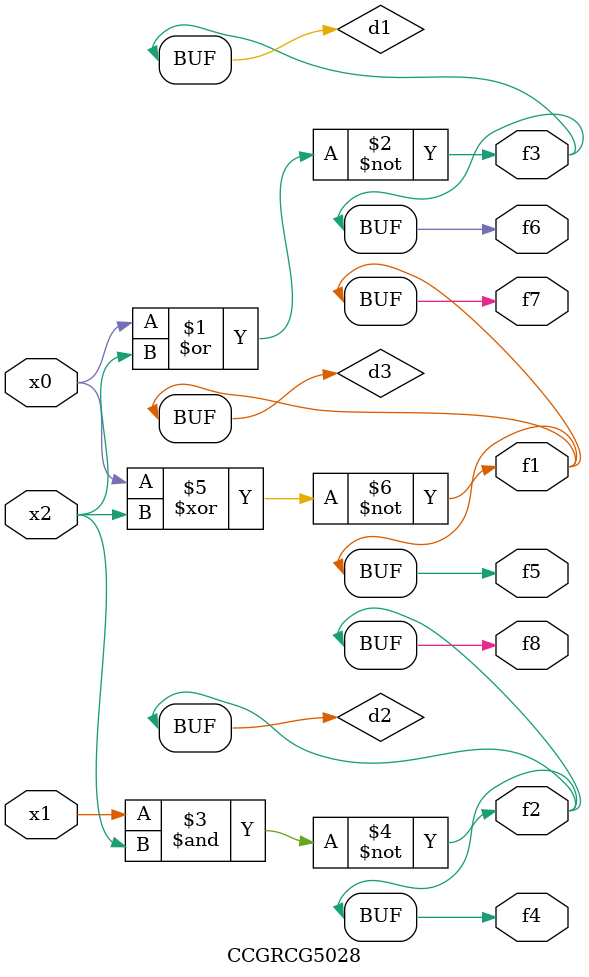
<source format=v>
module CCGRCG5028(
	input x0, x1, x2,
	output f1, f2, f3, f4, f5, f6, f7, f8
);

	wire d1, d2, d3;

	nor (d1, x0, x2);
	nand (d2, x1, x2);
	xnor (d3, x0, x2);
	assign f1 = d3;
	assign f2 = d2;
	assign f3 = d1;
	assign f4 = d2;
	assign f5 = d3;
	assign f6 = d1;
	assign f7 = d3;
	assign f8 = d2;
endmodule

</source>
